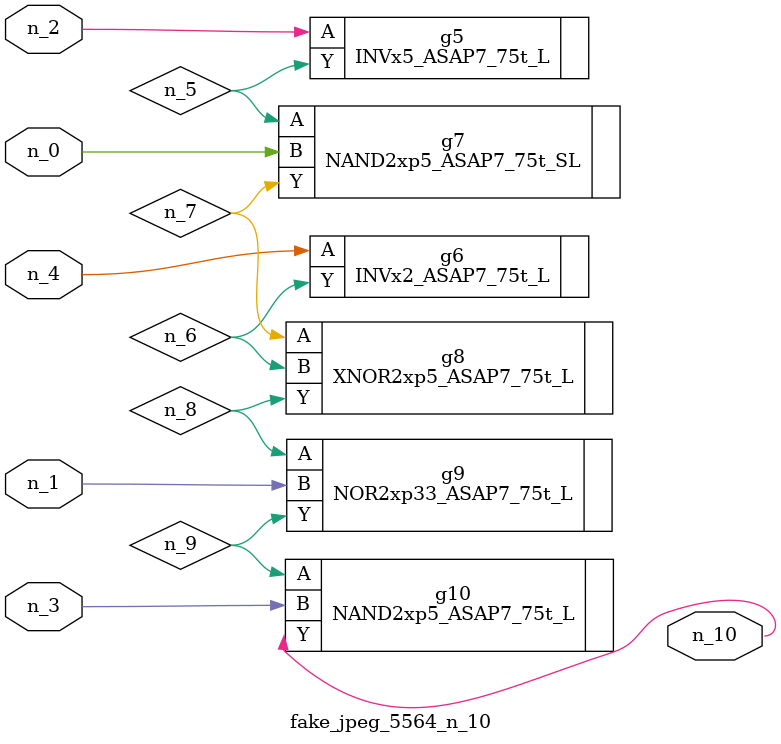
<source format=v>
module fake_jpeg_5564_n_10 (n_3, n_2, n_1, n_0, n_4, n_10);

input n_3;
input n_2;
input n_1;
input n_0;
input n_4;

output n_10;

wire n_8;
wire n_9;
wire n_6;
wire n_5;
wire n_7;

INVx5_ASAP7_75t_L g5 ( 
.A(n_2),
.Y(n_5)
);

INVx2_ASAP7_75t_L g6 ( 
.A(n_4),
.Y(n_6)
);

NAND2xp5_ASAP7_75t_SL g7 ( 
.A(n_5),
.B(n_0),
.Y(n_7)
);

XNOR2xp5_ASAP7_75t_L g8 ( 
.A(n_7),
.B(n_6),
.Y(n_8)
);

NOR2xp33_ASAP7_75t_L g9 ( 
.A(n_8),
.B(n_1),
.Y(n_9)
);

NAND2xp5_ASAP7_75t_L g10 ( 
.A(n_9),
.B(n_3),
.Y(n_10)
);


endmodule
</source>
